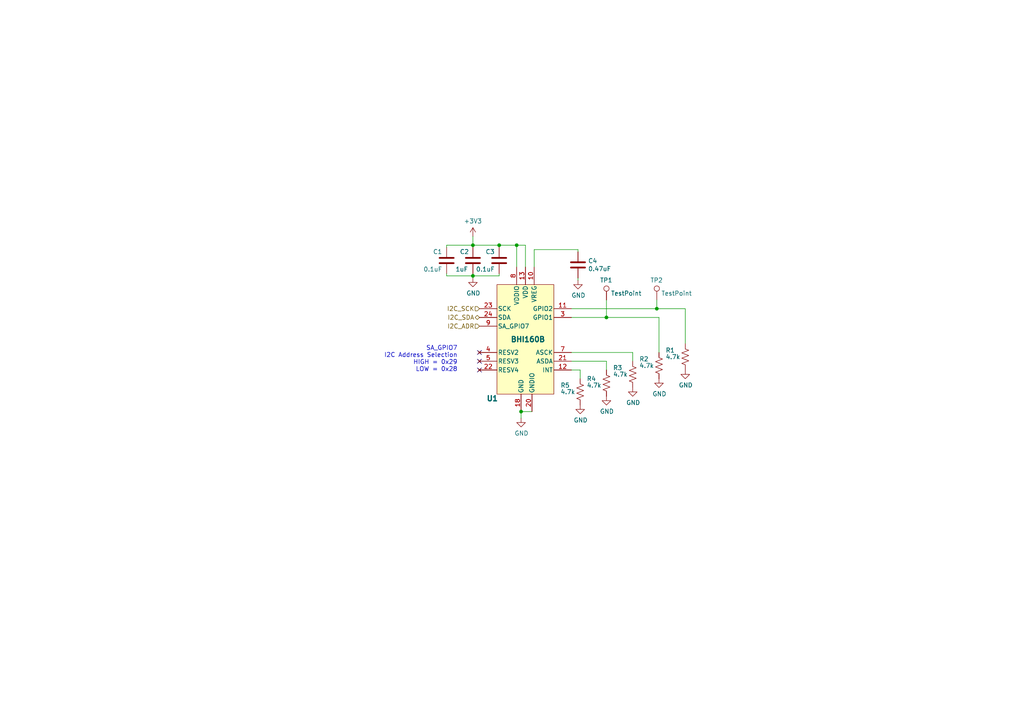
<source format=kicad_sch>
(kicad_sch (version 20211123) (generator eeschema)
  (paper "A4")
  (title_block (title "BHI160B Inertial Measurement Unit") (date "2022-09-15") (rev "2, 2023") (company "Thomas Francois, Katherine Dunlap, Missouri S&T Mars Rover Design Team") (comment 1 "BHI160B IMU & Supporting Components") (comment 2 "Provides Position & Acceleration Data"))
  (lib_symbols
    (symbol "Connector:TestPoint" (pin_numbers hide) (pin_names (offset 0.762) hide)
      (property "Reference" "TP" (at 0 6.858 0))
      (property "Value" "TestPoint" (at 0 5.08 0))
      (symbol "TestPoint_0_1"
        (circle (center 0 3.302) (radius 0.762))
      )
      (symbol "TestPoint_1_1"
        (pin passive line (at 0 0 90) (length 2.54) (name "1") (number "1"))
      )
    )
    (symbol "Device:C" (pin_numbers hide) (pin_names (offset 0.254))
      (property "Reference" "C" (at 0.635 2.54 0))
      (property "Value" "C" (at 0.635 -2.54 0))
      (symbol "C_0_1"
        (polyline (pts (xy -2.032 -0.762) (xy 2.032 -0.762)) (stroke (width 0.508)))
        (polyline (pts (xy -2.032 0.762) (xy 2.032 0.762)) (stroke (width 0.508)))
      )
      (symbol "C_1_1"
        (pin passive line (at 0 3.81 270) (length 2.794) (name "~") (number "1"))
        (pin passive line (at 0 -3.81 90) (length 2.794) (name "~") (number "2"))
      )
    )
    (symbol "Device:R_US" (pin_numbers hide) (pin_names (offset 0))
      (property "Reference" "R" (at 2.54 0 90))
      (property "Value" "R_US" (at -2.54 0 90))
      (symbol "R_US_0_1"
        (polyline (pts (xy 0 -2.286) (xy 0 -2.54)))
        (polyline (pts (xy 0 2.286) (xy 0 2.54)))
        (polyline (pts (xy 0 -0.762) (xy 1.016 -1.143) (xy 0 -1.524) (xy -1.016 -1.905) (xy 0 -2.286)))
        (polyline (pts (xy 0 0.762) (xy 1.016 0.381) (xy 0 0) (xy -1.016 -0.381) (xy 0 -0.762)))
        (polyline (pts (xy 0 2.286) (xy 1.016 1.905) (xy 0 1.524) (xy -1.016 1.143) (xy 0 0.762)))
      )
      (symbol "R_US_1_1"
        (pin passive line (at 0 3.81 270) (length 1.27) (name "~") (number "1"))
        (pin passive line (at 0 -3.81 90) (length 1.27) (name "~") (number "2"))
      )
    )
    (symbol "MRDT_Sensors:BHI160B" (pin_names (offset 0.254))
      (property "Reference" "U2" (at -11.43 -18.415 0))
      (property "Value" "BHI160B" (at -4.445 -1.27 0))
      (symbol "BHI160B_0_1"
        (rectangle (start -8.255 14.605) (end 8.255 -17.145) (stroke (width 0.1524)) (fill (type background)))
      )
      (symbol "BHI160B_1_1"
        (pin unspecified line (at 2.54 19.685 270) (length 5.08) (name "VREG") (number "10"))
        (pin bidirectional line (at 13.335 7.62 180) (length 5.08) (name "GPIO2") (number "11"))
        (pin unspecified line (at 13.335 -10.16 180) (length 5.08) (name "INT") (number "12"))
        (pin power_in line (at 0 19.685 270) (length 5.08) (name "VDD") (number "13"))
        (pin power_in line (at -1.27 -22.225 90) (length 5.08) (name "GND") (number "18"))
        (pin power_in line (at 1.905 -22.225 90) (length 5.08) (name "GNDIO") (number "20"))
        (pin unspecified line (at 13.335 -7.62 180) (length 5.08) (name "ASDA") (number "21"))
        (pin no_connect line (at -13.335 -10.16 0) (length 5.08) (name "RESV4") (number "22"))
        (pin unspecified line (at -13.335 7.62 0) (length 5.08) (name "SCK") (number "23"))
        (pin unspecified line (at -13.335 5.08 0) (length 5.08) (name "SDA") (number "24"))
        (pin bidirectional line (at 13.335 5.08 180) (length 5.08) (name "GPIO1") (number "3"))
        (pin no_connect line (at -13.335 -5.08 0) (length 5.08) (name "RESV2") (number "4"))
        (pin no_connect line (at -13.335 -7.62 0) (length 5.08) (name "RESV3") (number "5"))
        (pin output line (at 13.335 -5.08 180) (length 5.08) (name "ASCK") (number "7"))
        (pin power_in line (at -2.54 19.685 270) (length 5.08) (name "VDDIO") (number "8"))
        (pin unspecified line (at -13.335 2.54 0) (length 5.08) (name "SA_GPIO7") (number "9"))
      )
    )
    (symbol "power:+3V3" (power) (pin_names (offset 0))
      (property "Value" "+3V3" (at 0 3.556 0))
      (symbol "+3V3_0_1"
        (polyline (pts (xy -0.762 1.27) (xy 0 2.54)))
        (polyline (pts (xy 0 0) (xy 0 2.54)))
        (polyline (pts (xy 0 2.54) (xy 0.762 1.27)))
      )
      (symbol "+3V3_1_1"
        (pin power_in line (at 0 0 90) (length 0) hide (name "+3V3") (number "1"))
      )
    )
    (symbol "power:GND" (power) (pin_names (offset 0))
      (property "Value" "GND" (at 0 -3.81 0))
      (symbol "GND_0_1"
        (polyline (pts (xy 0 0) (xy 0 -1.27) (xy 1.27 -1.27) (xy 0 -2.54) (xy -1.27 -1.27) (xy 0 -1.27)))
      )
      (symbol "GND_1_1"
        (pin power_in line (at 0 0 270) (length 0) hide (name "GND") (number "1"))
      )
    )
  )
  (junction (at 190.5 89.535))
  (junction (at 137.16 71.12))
  (junction (at 149.86 71.12))
  (junction (at 137.16 80.01))
  (junction (at 151.13 119.38))
  (junction (at 144.78 71.12))
  (junction (at 175.895 92.075))
  (no_connect (at 139.065 104.775))
  (no_connect (at 139.065 102.235))
  (no_connect (at 139.065 107.315))
  (wire (pts (xy 144.78 71.12) (xy 137.16 71.12)))
  (wire (pts (xy 183.515 102.235) (xy 183.515 104.775)))
  (wire (pts (xy 175.895 107.315) (xy 175.895 104.775)))
  (wire (pts (xy 190.5 89.535) (xy 165.735 89.535)))
  (wire (pts (xy 167.64 73.025) (xy 167.64 72.39)))
  (wire (pts (xy 137.16 71.12) (xy 137.16 71.755)))
  (wire (pts (xy 165.735 102.235) (xy 183.515 102.235)))
  (wire (pts (xy 191.135 92.075) (xy 191.135 102.235)))
  (wire (pts (xy 175.895 92.075) (xy 165.735 92.075)))
  (wire (pts (xy 198.755 89.535) (xy 198.755 99.695)))
  (wire (pts (xy 137.16 68.58) (xy 137.16 71.12)))
  (wire (pts (xy 168.275 109.855) (xy 168.275 107.315)))
  (wire (pts (xy 137.16 80.01) (xy 137.16 80.645)))
  (wire (pts (xy 168.275 107.315) (xy 165.735 107.315)))
  (wire (pts (xy 151.13 119.38) (xy 151.13 121.285)))
  (wire (pts (xy 129.54 71.755) (xy 129.54 71.12)))
  (wire (pts (xy 154.94 72.39) (xy 167.64 72.39)))
  (wire (pts (xy 144.78 80.01) (xy 144.78 79.375)))
  (wire (pts (xy 191.135 92.075) (xy 175.895 92.075)))
  (wire (pts (xy 149.86 71.12) (xy 149.86 77.47)))
  (wire (pts (xy 175.895 104.775) (xy 165.735 104.775)))
  (wire (pts (xy 152.4 71.12) (xy 152.4 77.47)))
  (wire (pts (xy 129.54 80.01) (xy 137.16 80.01)))
  (wire (pts (xy 149.86 71.12) (xy 144.78 71.12)))
  (wire (pts (xy 129.54 71.12) (xy 137.16 71.12)))
  (wire (pts (xy 190.5 86.995) (xy 190.5 89.535)))
  (wire (pts (xy 137.16 80.01) (xy 144.78 80.01)))
  (wire (pts (xy 175.895 86.995) (xy 175.895 92.075)))
  (wire (pts (xy 167.64 81.28) (xy 167.64 80.645)))
  (wire (pts (xy 137.16 79.375) (xy 137.16 80.01)))
  (wire (pts (xy 154.94 72.39) (xy 154.94 77.47)))
  (wire (pts (xy 129.54 79.375) (xy 129.54 80.01)))
  (wire (pts (xy 144.78 71.12) (xy 144.78 71.755)))
  (wire (pts (xy 152.4 71.12) (xy 149.86 71.12)))
  (wire (pts (xy 198.755 89.535) (xy 190.5 89.535)))
  (wire (pts (xy 151.13 119.38) (xy 154.305 119.38)))
  (text "SA_GPIO7\nI2C Address Selection\nHIGH = 0x29\nLOW = 0x28" (at 132.715 107.95 0) (effects (font (size 1.27 1.27)) (justify right bottom)))
  (hierarchical_label "I2C_SDA" (shape bidirectional) (at 139.065 92.075 180))
  (hierarchical_label "I2C_ADR" (shape input) (at 139.065 94.615 180))
  (hierarchical_label "I2C_SCK" (shape input) (at 139.065 89.535 180))
  (symbol (lib_id "Device:R_US") (at 191.135 106.045 0) (unit 1)
    (property "Reference" "R2" (at 185.42 104.14 0) (effects (justify left)))
    (property "Value" "4.7k" (at 185.42 106.045 0) (effects (justify left)))
    (property "Footprint" "Resistor_SMD:R_0603_1608Metric_Pad0.98x0.95mm_HandSolder" (effects hide))
  )
  (symbol (lib_id "Device:R_US") (at 183.515 108.585 0) (unit 1)
    (property "Reference" "R3" (at 177.8 106.68 0) (effects (justify left)))
    (property "Value" "4.7k" (at 177.8 108.585 0) (effects (justify left)))
    (property "Footprint" "Resistor_SMD:R_0603_1608Metric_Pad0.98x0.95mm_HandSolder" (effects hide))
  )
  (symbol (lib_id "power:GND") (at 151.13 121.285 0) (unit 1)
    (property "Reference" "#PWR09" (effects hide))
    (property "Value" "GND" (at 151.257 125.6792 0))
  )
  (symbol (lib_id "power:GND") (at 175.895 114.935 0) (unit 1)
    (property "Reference" "#PWR07" (effects hide))
    (property "Value" "GND" (at 176.022 119.3292 0))
  )
  (symbol (lib_id "Device:R_US") (at 198.755 103.505 0) (unit 1)
    (property "Reference" "R1" (at 193.04 101.6 0) (effects (justify left)))
    (property "Value" "4.7k" (at 193.04 103.505 0) (effects (justify left)))
    (property "Footprint" "Resistor_SMD:R_0603_1608Metric_Pad0.98x0.95mm_HandSolder" (effects hide))
  )
  (symbol (lib_id "power:GND") (at 137.16 80.645 0) (unit 1)
    (property "Reference" "#PWR02" (effects hide))
    (property "Value" "GND" (at 137.287 85.0392 0))
  )
  (symbol (lib_id "power:GND") (at 167.64 81.28 0) (unit 1)
    (property "Reference" "#PWR03" (effects hide))
    (property "Value" "GND" (at 167.767 85.6742 0))
  )
  (symbol (lib_id "power:GND") (at 191.135 109.855 0) (unit 1)
    (property "Reference" "#PWR05" (effects hide))
    (property "Value" "GND" (at 191.262 114.2492 0))
  )
  (symbol (lib_id "Device:C") (at 167.64 76.835 0) (unit 1)
    (property "Reference" "C4" (at 170.561 75.6666 0) (effects (justify left)))
    (property "Value" "0.47uF" (at 170.561 77.978 0) (effects (justify left)))
    (property "Footprint" "Capacitor_SMD:C_0603_1608Metric_Pad1.08x0.95mm_HandSolder" (effects hide))
  )
  (symbol (lib_id "MRDT_Sensors:BHI160B") (at 152.4 97.155 0) (unit 1)
    (property "Reference" "U1" (at 140.97 115.57 0) (effects (font (size 1.524 1.524) bold) (justify left)))
    (property "Value" "BHI160B" (at 147.955 98.425 0) (effects (font (size 1.524 1.524) bold) (justify left)))
    (property "Footprint" "Nav_Board:BHI160B" (effects hide))
    (property "Datasheet" "https://www.bosch-sensortec.com/media/boschsensortec/downloads/datasheets/bst-bhi160b-ds000.pdf" (effects hide))
  )
  (symbol (lib_id "Device:R_US") (at 168.275 113.665 0) (unit 1)
    (property "Reference" "R5" (at 162.56 111.76 0) (effects (justify left)))
    (property "Value" "4.7k" (at 162.56 113.665 0) (effects (justify left)))
    (property "Footprint" "Resistor_SMD:R_0603_1608Metric_Pad0.98x0.95mm_HandSolder" (effects hide))
  )
  (symbol (lib_id "power:+3V3") (at 137.16 68.58 0) (unit 1)
    (property "Reference" "#PWR01" (effects hide))
    (property "Value" "+3V3" (at 137.16 64.135 0))
  )
  (symbol (lib_id "Connector:TestPoint") (at 190.5 86.995 0) (unit 1)
    (property "Reference" "TP2" (at 188.595 81.28 0) (effects (justify left)))
    (property "Value" "TestPoint" (at 191.77 85.09 0) (effects (justify left)))
    (property "Footprint" "TestPoint:TestPoint_Pad_D1.5mm" (effects hide))
  )
  (symbol (lib_id "power:GND") (at 198.755 107.315 0) (unit 1)
    (property "Reference" "#PWR04" (effects hide))
    (property "Value" "GND" (at 198.882 111.7092 0))
  )
  (symbol (lib_id "Device:C") (at 144.78 75.565 0) (mirror y) (unit 1)
    (property "Reference" "C3" (at 143.51 73.025 0) (effects (justify left)))
    (property "Value" "0.1uF" (at 143.51 78.105 0) (effects (justify left)))
    (property "Footprint" "Capacitor_SMD:C_0603_1608Metric_Pad1.08x0.95mm_HandSolder" (effects hide))
  )
  (symbol (lib_id "power:GND") (at 183.515 112.395 0) (unit 1)
    (property "Reference" "#PWR06" (effects hide))
    (property "Value" "GND" (at 183.642 116.7892 0))
  )
  (symbol (lib_id "Device:C") (at 129.54 75.565 0) (mirror y) (unit 1)
    (property "Reference" "C1" (at 128.27 73.025 0) (effects (justify left)))
    (property "Value" "0.1uF" (at 128.27 78.105 0) (effects (justify left)))
    (property "Footprint" "Capacitor_SMD:C_0603_1608Metric_Pad1.08x0.95mm_HandSolder" (effects hide))
  )
  (symbol (lib_id "Device:R_US") (at 175.895 111.125 0) (unit 1)
    (property "Reference" "R4" (at 170.18 109.855 0) (effects (justify left)))
    (property "Value" "4.7k" (at 170.18 111.76 0) (effects (justify left)))
    (property "Footprint" "Resistor_SMD:R_0603_1608Metric_Pad0.98x0.95mm_HandSolder" (effects hide))
  )
  (symbol (lib_id "Device:C") (at 137.16 75.565 0) (unit 1)
    (property "Reference" "C2" (at 133.35 73.025 0) (effects (justify left)))
    (property "Value" "1uF" (at 132.08 78.105 0) (effects (justify left)))
    (property "Footprint" "Capacitor_SMD:C_0603_1608Metric_Pad1.08x0.95mm_HandSolder" (effects hide))
  )
  (symbol (lib_id "power:GND") (at 168.275 117.475 0) (unit 1)
    (property "Reference" "#PWR08" (effects hide))
    (property "Value" "GND" (at 168.402 121.8692 0))
  )
  (symbol (lib_id "Connector:TestPoint") (at 175.895 86.995 0) (unit 1)
    (property "Reference" "TP1" (at 173.99 81.28 0) (effects (justify left)))
    (property "Value" "TestPoint" (at 177.165 85.09 0) (effects (justify left)))
    (property "Footprint" "TestPoint:TestPoint_Pad_D1.5mm" (effects hide))
  )
)
</source>
